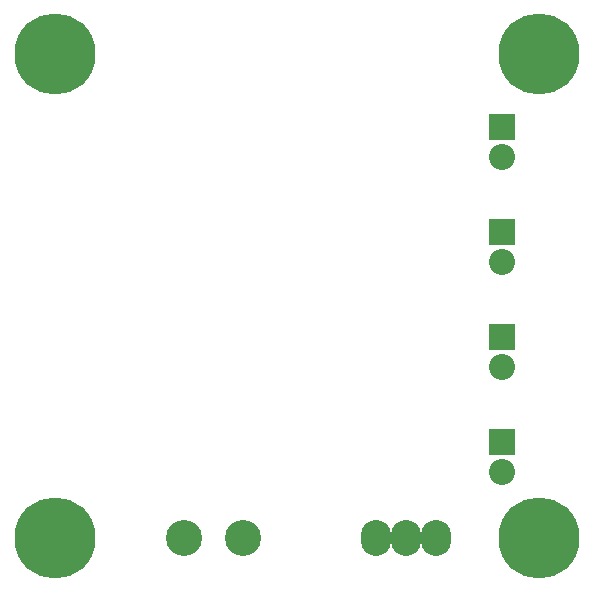
<source format=gbr>
G04 #@! TF.FileFunction,Soldermask,Bot*
%FSLAX46Y46*%
G04 Gerber Fmt 4.6, Leading zero omitted, Abs format (unit mm)*
G04 Created by KiCad (PCBNEW 4.0.5) date 03/11/17 22:16:34*
%MOMM*%
%LPD*%
G01*
G04 APERTURE LIST*
%ADD10C,0.150000*%
%ADD11R,2.208000X2.208000*%
%ADD12O,2.208000X2.208000*%
%ADD13C,3.048000*%
%ADD14C,6.858000*%
%ADD15O,2.540000X3.048000*%
G04 APERTURE END LIST*
D10*
D11*
X196850000Y-116840000D03*
D12*
X196850000Y-119380000D03*
D13*
X169926000Y-124968000D03*
X174926000Y-124968000D03*
D14*
X200000000Y-125000000D03*
X159000000Y-125000000D03*
X200000000Y-84000000D03*
X159000000Y-84000000D03*
D15*
X188722000Y-124968000D03*
X186182000Y-124968000D03*
X191262000Y-124968000D03*
D11*
X196850000Y-90170000D03*
D12*
X196850000Y-92710000D03*
D11*
X196850000Y-99060000D03*
D12*
X196850000Y-101600000D03*
D11*
X196850000Y-107950000D03*
D12*
X196850000Y-110490000D03*
M02*

</source>
